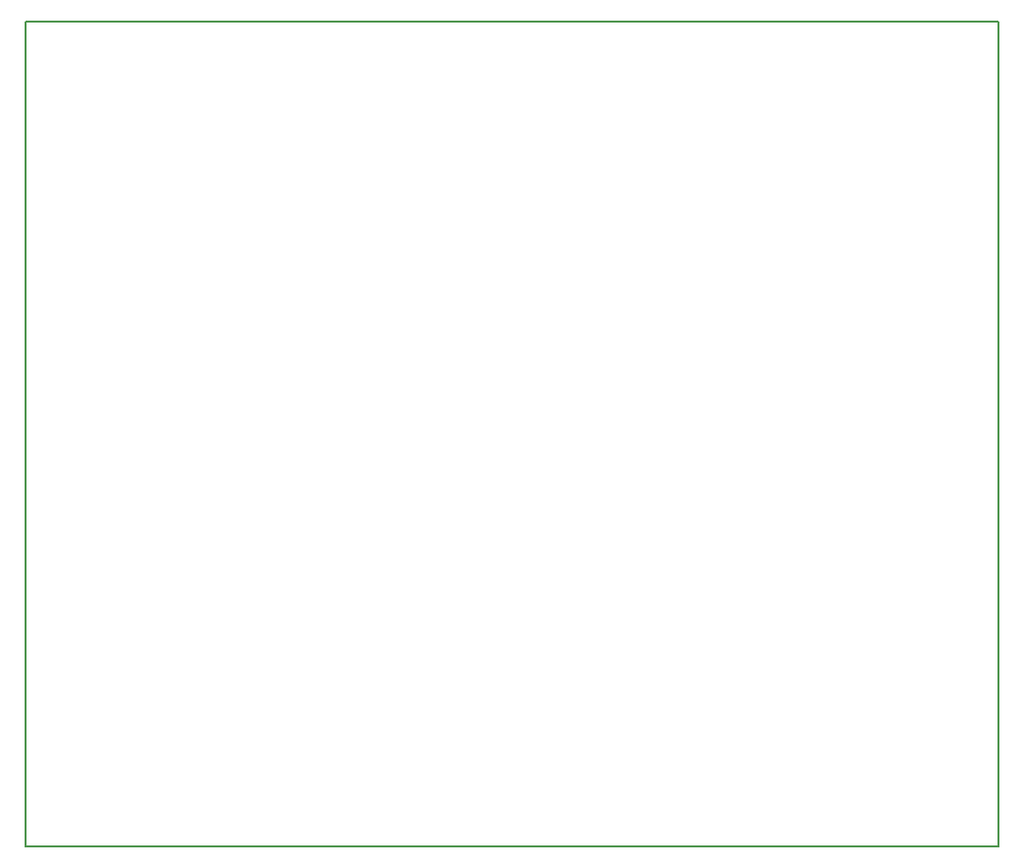
<source format=gm1>
G04 #@! TF.GenerationSoftware,KiCad,Pcbnew,(6.0.5-0)*
G04 #@! TF.CreationDate,2022-06-28T11:27:09-04:00*
G04 #@! TF.ProjectId,NodeMCU-32S,4e6f6465-4d43-4552-9d33-32532e6b6963,rev?*
G04 #@! TF.SameCoordinates,Original*
G04 #@! TF.FileFunction,Profile,NP*
%FSLAX46Y46*%
G04 Gerber Fmt 4.6, Leading zero omitted, Abs format (unit mm)*
G04 Created by KiCad (PCBNEW (6.0.5-0)) date 2022-06-28 11:27:09*
%MOMM*%
%LPD*%
G01*
G04 APERTURE LIST*
G04 #@! TA.AperFunction,Profile*
%ADD10C,0.200000*%
G04 #@! TD*
G04 APERTURE END LIST*
D10*
X60960000Y-45720000D02*
X144780000Y-45720000D01*
X144780000Y-45720000D02*
X144780000Y-116840000D01*
X144780000Y-116840000D02*
X60960000Y-116840000D01*
X60960000Y-116840000D02*
X60960000Y-45720000D01*
M02*

</source>
